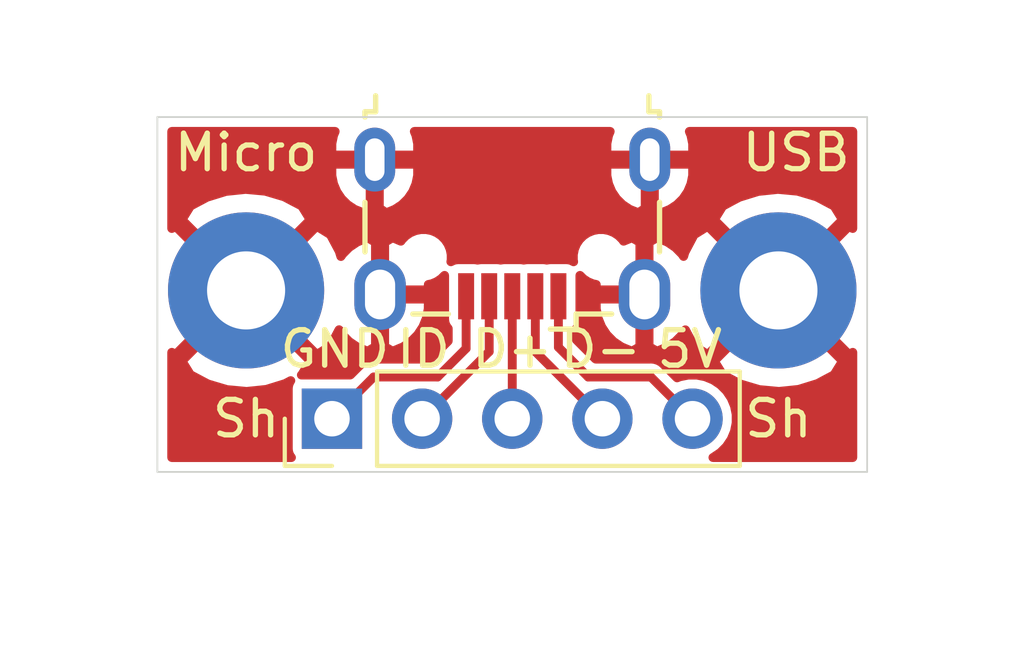
<source format=kicad_pcb>
(kicad_pcb (version 20171130) (host pcbnew 5.1.10-88a1d61d58~88~ubuntu18.04.1)

  (general
    (thickness 1.6)
    (drawings 13)
    (tracks 14)
    (zones 0)
    (modules 4)
    (nets 7)
  )

  (page A4)
  (layers
    (0 F.Cu signal)
    (31 B.Cu signal)
    (32 B.Adhes user)
    (33 F.Adhes user)
    (34 B.Paste user)
    (35 F.Paste user)
    (36 B.SilkS user)
    (37 F.SilkS user)
    (38 B.Mask user)
    (39 F.Mask user)
    (40 Dwgs.User user)
    (41 Cmts.User user)
    (42 Eco1.User user)
    (43 Eco2.User user)
    (44 Edge.Cuts user)
    (45 Margin user)
    (46 B.CrtYd user)
    (47 F.CrtYd user)
    (48 B.Fab user)
    (49 F.Fab user)
  )

  (setup
    (last_trace_width 0.25)
    (trace_clearance 0.2)
    (zone_clearance 0.254)
    (zone_45_only no)
    (trace_min 0.2)
    (via_size 0.8)
    (via_drill 0.4)
    (via_min_size 0.4)
    (via_min_drill 0.3)
    (uvia_size 0.3)
    (uvia_drill 0.1)
    (uvias_allowed no)
    (uvia_min_size 0.2)
    (uvia_min_drill 0.1)
    (edge_width 0.05)
    (segment_width 0.2)
    (pcb_text_width 0.3)
    (pcb_text_size 1.5 1.5)
    (mod_edge_width 0.12)
    (mod_text_size 1 1)
    (mod_text_width 0.15)
    (pad_size 1.524 1.524)
    (pad_drill 0.762)
    (pad_to_mask_clearance 0)
    (aux_axis_origin 0 0)
    (visible_elements FFFFFF7F)
    (pcbplotparams
      (layerselection 0x010f0_ffffffff)
      (usegerberextensions false)
      (usegerberattributes true)
      (usegerberadvancedattributes true)
      (creategerberjobfile true)
      (excludeedgelayer true)
      (linewidth 0.100000)
      (plotframeref false)
      (viasonmask false)
      (mode 1)
      (useauxorigin false)
      (hpglpennumber 1)
      (hpglpenspeed 20)
      (hpglpendiameter 15.000000)
      (psnegative false)
      (psa4output false)
      (plotreference true)
      (plotvalue true)
      (plotinvisibletext false)
      (padsonsilk false)
      (subtractmaskfromsilk false)
      (outputformat 1)
      (mirror false)
      (drillshape 0)
      (scaleselection 1)
      (outputdirectory "gerber/"))
  )

  (net 0 "")
  (net 1 /Shield)
  (net 2 /GND)
  (net 3 /ID)
  (net 4 /D+)
  (net 5 /D-)
  (net 6 /5V)

  (net_class Default "This is the default net class."
    (clearance 0.2)
    (trace_width 0.25)
    (via_dia 0.8)
    (via_drill 0.4)
    (uvia_dia 0.3)
    (uvia_drill 0.1)
    (add_net /5V)
    (add_net /D+)
    (add_net /D-)
    (add_net /GND)
    (add_net /ID)
    (add_net /Shield)
  )

  (module MountingHole:MountingHole_2.2mm_M2_Pad (layer F.Cu) (tedit 56D1B4CB) (tstamp 611C61AE)
    (at 147.5 95.885)
    (descr "Mounting Hole 2.2mm, M2")
    (tags "mounting hole 2.2mm m2")
    (path /611CDEC0)
    (attr virtual)
    (fp_text reference H2 (at 0 -3.2) (layer F.SilkS) hide
      (effects (font (size 1 1) (thickness 0.15)))
    )
    (fp_text value MountingHole_Pad (at 0 3.2) (layer F.Fab)
      (effects (font (size 1 1) (thickness 0.15)))
    )
    (fp_text user %R (at 0.3 0) (layer F.Fab)
      (effects (font (size 1 1) (thickness 0.15)))
    )
    (fp_circle (center 0 0) (end 2.2 0) (layer Cmts.User) (width 0.15))
    (fp_circle (center 0 0) (end 2.45 0) (layer F.CrtYd) (width 0.05))
    (pad 1 thru_hole circle (at 0 0) (size 4.4 4.4) (drill 2.2) (layers *.Cu *.Mask)
      (net 1 /Shield))
  )

  (module MountingHole:MountingHole_2.2mm_M2_Pad (layer F.Cu) (tedit 56D1B4CB) (tstamp 611C58CF)
    (at 132.5 95.885)
    (descr "Mounting Hole 2.2mm, M2")
    (tags "mounting hole 2.2mm m2")
    (path /611CCE3C)
    (attr virtual)
    (fp_text reference H1 (at 0 -3.2) (layer F.SilkS) hide
      (effects (font (size 1 1) (thickness 0.15)))
    )
    (fp_text value MountingHole_Pad (at 0 3.2) (layer F.Fab)
      (effects (font (size 1 1) (thickness 0.15)))
    )
    (fp_text user %R (at 0.3 0) (layer F.Fab)
      (effects (font (size 1 1) (thickness 0.15)))
    )
    (fp_circle (center 0 0) (end 2.2 0) (layer Cmts.User) (width 0.15))
    (fp_circle (center 0 0) (end 2.45 0) (layer F.CrtYd) (width 0.05))
    (pad 1 thru_hole circle (at 0 0) (size 4.4 4.4) (drill 2.2) (layers *.Cu *.Mask)
      (net 1 /Shield))
  )

  (module Connector_PinHeader_2.54mm:PinHeader_1x05_P2.54mm_Vertical (layer F.Cu) (tedit 59FED5CC) (tstamp 611C52EE)
    (at 134.92 99.5 90)
    (descr "Through hole straight pin header, 1x05, 2.54mm pitch, single row")
    (tags "Through hole pin header THT 1x05 2.54mm single row")
    (path /611C1A35)
    (fp_text reference J2 (at 0 -2.33 90) (layer F.SilkS) hide
      (effects (font (size 1 1) (thickness 0.15)))
    )
    (fp_text value Conn_01x05_Male (at 0 12.49 90) (layer F.Fab)
      (effects (font (size 1 1) (thickness 0.15)))
    )
    (fp_text user %R (at 0 5.08) (layer F.Fab)
      (effects (font (size 1 1) (thickness 0.15)))
    )
    (fp_line (start -0.635 -1.27) (end 1.27 -1.27) (layer F.Fab) (width 0.1))
    (fp_line (start 1.27 -1.27) (end 1.27 11.43) (layer F.Fab) (width 0.1))
    (fp_line (start 1.27 11.43) (end -1.27 11.43) (layer F.Fab) (width 0.1))
    (fp_line (start -1.27 11.43) (end -1.27 -0.635) (layer F.Fab) (width 0.1))
    (fp_line (start -1.27 -0.635) (end -0.635 -1.27) (layer F.Fab) (width 0.1))
    (fp_line (start -1.33 11.49) (end 1.33 11.49) (layer F.SilkS) (width 0.12))
    (fp_line (start -1.33 1.27) (end -1.33 11.49) (layer F.SilkS) (width 0.12))
    (fp_line (start 1.33 1.27) (end 1.33 11.49) (layer F.SilkS) (width 0.12))
    (fp_line (start -1.33 1.27) (end 1.33 1.27) (layer F.SilkS) (width 0.12))
    (fp_line (start -1.33 0) (end -1.33 -1.33) (layer F.SilkS) (width 0.12))
    (fp_line (start -1.33 -1.33) (end 0 -1.33) (layer F.SilkS) (width 0.12))
    (fp_line (start -1.8 -1.8) (end -1.8 11.95) (layer F.CrtYd) (width 0.05))
    (fp_line (start -1.8 11.95) (end 1.8 11.95) (layer F.CrtYd) (width 0.05))
    (fp_line (start 1.8 11.95) (end 1.8 -1.8) (layer F.CrtYd) (width 0.05))
    (fp_line (start 1.8 -1.8) (end -1.8 -1.8) (layer F.CrtYd) (width 0.05))
    (pad 5 thru_hole oval (at 0 10.16 90) (size 1.7 1.7) (drill 1) (layers *.Cu *.Mask)
      (net 6 /5V))
    (pad 4 thru_hole oval (at 0 7.62 90) (size 1.7 1.7) (drill 1) (layers *.Cu *.Mask)
      (net 5 /D-))
    (pad 3 thru_hole oval (at 0 5.08 90) (size 1.7 1.7) (drill 1) (layers *.Cu *.Mask)
      (net 4 /D+))
    (pad 2 thru_hole oval (at 0 2.54 90) (size 1.7 1.7) (drill 1) (layers *.Cu *.Mask)
      (net 3 /ID))
    (pad 1 thru_hole rect (at 0 0 90) (size 1.7 1.7) (drill 1) (layers *.Cu *.Mask)
      (net 2 /GND))
    (model ${KISYS3DMOD}/Connector_PinHeader_2.54mm.3dshapes/PinHeader_1x05_P2.54mm_Vertical.wrl
      (at (xyz 0 0 0))
      (scale (xyz 1 1 1))
      (rotate (xyz 0 0 0))
    )
  )

  (module Connector_USB:USB_Micro-B_Wuerth_629105150521 (layer F.Cu) (tedit 5A142044) (tstamp 611C52D5)
    (at 140 94.15 180)
    (descr "USB Micro-B receptacle, http://www.mouser.com/ds/2/445/629105150521-469306.pdf")
    (tags "usb micro receptacle")
    (path /611BF9E2)
    (attr smd)
    (fp_text reference J1 (at 5 0.15) (layer F.SilkS) hide
      (effects (font (size 1 1) (thickness 0.15)))
    )
    (fp_text value USB_OTG (at 0 5.6) (layer F.Fab)
      (effects (font (size 1 1) (thickness 0.15)))
    )
    (fp_text user "PCB Edge" (at 0 3.75) (layer Dwgs.User)
      (effects (font (size 0.5 0.5) (thickness 0.08)))
    )
    (fp_text user %R (at 0 1.05) (layer F.Fab)
      (effects (font (size 1 1) (thickness 0.15)))
    )
    (fp_line (start -4 -2.25) (end -4 3.15) (layer F.Fab) (width 0.15))
    (fp_line (start -4 3.15) (end -3.7 3.15) (layer F.Fab) (width 0.15))
    (fp_line (start -3.7 3.15) (end -3.7 4.35) (layer F.Fab) (width 0.15))
    (fp_line (start -3.7 4.35) (end 3.7 4.35) (layer F.Fab) (width 0.15))
    (fp_line (start 3.7 4.35) (end 3.7 3.15) (layer F.Fab) (width 0.15))
    (fp_line (start 3.7 3.15) (end 4 3.15) (layer F.Fab) (width 0.15))
    (fp_line (start 4 3.15) (end 4 -2.25) (layer F.Fab) (width 0.15))
    (fp_line (start 4 -2.25) (end -4 -2.25) (layer F.Fab) (width 0.15))
    (fp_line (start -2.7 3.75) (end 2.7 3.75) (layer F.Fab) (width 0.15))
    (fp_line (start -1.075 -2.725) (end -1.3 -2.55) (layer F.Fab) (width 0.15))
    (fp_line (start -1.3 -2.55) (end -1.525 -2.725) (layer F.Fab) (width 0.15))
    (fp_line (start -1.525 -2.725) (end -1.525 -2.95) (layer F.Fab) (width 0.15))
    (fp_line (start -1.525 -2.95) (end -1.075 -2.95) (layer F.Fab) (width 0.15))
    (fp_line (start -1.075 -2.95) (end -1.075 -2.725) (layer F.Fab) (width 0.15))
    (fp_line (start -4.15 -0.65) (end -4.15 0.75) (layer F.SilkS) (width 0.15))
    (fp_line (start -4.15 3.15) (end -4.15 3.3) (layer F.SilkS) (width 0.15))
    (fp_line (start -4.15 3.3) (end -3.85 3.3) (layer F.SilkS) (width 0.15))
    (fp_line (start -3.85 3.3) (end -3.85 3.75) (layer F.SilkS) (width 0.15))
    (fp_line (start 3.85 3.75) (end 3.85 3.3) (layer F.SilkS) (width 0.15))
    (fp_line (start 3.85 3.3) (end 4.15 3.3) (layer F.SilkS) (width 0.15))
    (fp_line (start 4.15 3.3) (end 4.15 3.15) (layer F.SilkS) (width 0.15))
    (fp_line (start 4.15 0.75) (end 4.15 -0.65) (layer F.SilkS) (width 0.15))
    (fp_line (start -1.075 -2.825) (end -1.8 -2.825) (layer F.SilkS) (width 0.15))
    (fp_line (start -1.8 -2.825) (end -1.8 -2.4) (layer F.SilkS) (width 0.15))
    (fp_line (start -1.8 -2.4) (end -2.8 -2.4) (layer F.SilkS) (width 0.15))
    (fp_line (start 1.8 -2.4) (end 2.8 -2.4) (layer F.SilkS) (width 0.15))
    (fp_line (start -4.94 -3.34) (end -4.94 4.85) (layer F.CrtYd) (width 0.05))
    (fp_line (start -4.94 4.85) (end 4.95 4.85) (layer F.CrtYd) (width 0.05))
    (fp_line (start 4.95 4.85) (end 4.95 -3.34) (layer F.CrtYd) (width 0.05))
    (fp_line (start 4.95 -3.34) (end -4.94 -3.34) (layer F.CrtYd) (width 0.05))
    (pad "" np_thru_hole oval (at 2.5 -0.8 180) (size 0.8 0.8) (drill 0.8) (layers *.Cu *.Mask))
    (pad "" np_thru_hole oval (at -2.5 -0.8 180) (size 0.8 0.8) (drill 0.8) (layers *.Cu *.Mask))
    (pad 6 thru_hole oval (at 3.875 1.95 180) (size 1.15 1.8) (drill oval 0.55 1.2) (layers *.Cu *.Mask)
      (net 1 /Shield))
    (pad 6 thru_hole oval (at -3.875 1.95 180) (size 1.15 1.8) (drill oval 0.55 1.2) (layers *.Cu *.Mask)
      (net 1 /Shield))
    (pad 6 thru_hole oval (at 3.725 -1.85 180) (size 1.45 2) (drill oval 0.85 1.4) (layers *.Cu *.Mask)
      (net 1 /Shield))
    (pad 6 thru_hole oval (at -3.725 -1.85 180) (size 1.45 2) (drill oval 0.85 1.4) (layers *.Cu *.Mask)
      (net 1 /Shield))
    (pad 5 smd rect (at 1.3 -1.9 180) (size 0.45 1.3) (layers F.Cu F.Paste F.Mask)
      (net 2 /GND))
    (pad 4 smd rect (at 0.65 -1.9 180) (size 0.45 1.3) (layers F.Cu F.Paste F.Mask)
      (net 3 /ID))
    (pad 3 smd rect (at 0 -1.9 180) (size 0.45 1.3) (layers F.Cu F.Paste F.Mask)
      (net 4 /D+))
    (pad 2 smd rect (at -0.65 -1.9 180) (size 0.45 1.3) (layers F.Cu F.Paste F.Mask)
      (net 5 /D-))
    (pad 1 smd rect (at -1.3 -1.9 180) (size 0.45 1.3) (layers F.Cu F.Paste F.Mask)
      (net 6 /5V))
    (model ${KISYS3DMOD}/Connector_USB.3dshapes/USB_Micro-B_Wuerth_629105150521.wrl
      (at (xyz 0 0 0))
      (scale (xyz 1 1 1))
      (rotate (xyz 0 0 0))
    )
  )

  (gr_text Sh (at 132.5 99.5) (layer F.SilkS)
    (effects (font (size 1 1) (thickness 0.15)))
  )
  (gr_text Sh (at 147.5 99.5) (layer F.SilkS) (tstamp 611C6322)
    (effects (font (size 1 1) (thickness 0.15)))
  )
  (gr_text USB (at 148 92) (layer F.SilkS)
    (effects (font (size 1 1) (thickness 0.15)))
  )
  (gr_text Micro (at 132.5 92) (layer F.SilkS)
    (effects (font (size 1 1) (thickness 0.15)))
  )
  (gr_text D- (at 142.494 97.536) (layer F.SilkS)
    (effects (font (size 1 1) (thickness 0.15)))
  )
  (gr_text D+ (at 140 97.536) (layer F.SilkS)
    (effects (font (size 1 1) (thickness 0.15)))
  )
  (gr_text ID (at 137.5 97.536) (layer F.SilkS)
    (effects (font (size 1 1) (thickness 0.15)))
  )
  (gr_text GND (at 135 97.536) (layer F.SilkS)
    (effects (font (size 1 1) (thickness 0.15)))
  )
  (gr_text 5V (at 145 97.536) (layer F.SilkS)
    (effects (font (size 1 1) (thickness 0.15)))
  )
  (gr_line (start 130 101) (end 130 91) (layer Edge.Cuts) (width 0.05) (tstamp 611C5260))
  (gr_line (start 150 101) (end 130 101) (layer Edge.Cuts) (width 0.05) (tstamp 611C546E))
  (gr_line (start 150 91) (end 150 101) (layer Edge.Cuts) (width 0.05) (tstamp 611C546B))
  (gr_line (start 130 91) (end 150 91) (layer Edge.Cuts) (width 0.05))

  (segment (start 134.92 100) (end 134.95 100) (width 0.25) (layer F.Cu) (net 2))
  (segment (start 136.095001 98.324999) (end 134.92 99.5) (width 0.25) (layer F.Cu) (net 2))
  (segment (start 138.7 95.9) (end 138.7 97.52) (width 0.25) (layer F.Cu) (net 2))
  (segment (start 137.895001 98.324999) (end 136.095001 98.324999) (width 0.25) (layer F.Cu) (net 2))
  (segment (start 138.7 97.52) (end 137.895001 98.324999) (width 0.25) (layer F.Cu) (net 2))
  (segment (start 139.35 97.61) (end 137.46 99.5) (width 0.25) (layer F.Cu) (net 3))
  (segment (start 139.35 96.05) (end 139.35 97.61) (width 0.25) (layer F.Cu) (net 3))
  (segment (start 140 96.05) (end 140 99.5) (width 0.25) (layer F.Cu) (net 4))
  (segment (start 140.65 97.61) (end 142.54 99.5) (width 0.25) (layer F.Cu) (net 5))
  (segment (start 140.65 96.05) (end 140.65 97.61) (width 0.25) (layer F.Cu) (net 5))
  (segment (start 143.904999 98.324999) (end 145.08 99.5) (width 0.25) (layer F.Cu) (net 6))
  (segment (start 142.139999 98.324999) (end 143.904999 98.324999) (width 0.25) (layer F.Cu) (net 6))
  (segment (start 141.3 95.9) (end 141.3 97.485) (width 0.25) (layer F.Cu) (net 6))
  (segment (start 141.3 97.485) (end 142.139999 98.324999) (width 0.25) (layer F.Cu) (net 6))

  (zone (net 1) (net_name /Shield) (layer F.Cu) (tstamp 611C6393) (hatch edge 0.508)
    (connect_pads thru_hole_only (clearance 0.254))
    (min_thickness 0.254)
    (fill yes (arc_segments 32) (thermal_gap 0.508) (thermal_bridge_width 0.508))
    (polygon
      (pts
        (xy 150 101) (xy 130 101) (xy 130 91) (xy 150 91)
      )
    )
    (filled_polygon
      (pts
        (xy 134.963026 91.514381) (xy 134.915 91.748) (xy 134.915 92.073) (xy 135.998 92.073) (xy 135.998 92.053)
        (xy 136.252 92.053) (xy 136.252 92.073) (xy 137.335 92.073) (xy 137.335 91.748) (xy 137.286974 91.514381)
        (xy 137.241266 91.406) (xy 142.758734 91.406) (xy 142.713026 91.514381) (xy 142.665 91.748) (xy 142.665 92.073)
        (xy 143.748 92.073) (xy 143.748 92.053) (xy 144.002 92.053) (xy 144.002 92.073) (xy 145.085 92.073)
        (xy 145.085 91.748) (xy 145.036974 91.514381) (xy 144.991266 91.406) (xy 149.594 91.406) (xy 149.594 94.139465)
        (xy 149.489775 94.07483) (xy 147.679605 95.885) (xy 149.489775 97.69517) (xy 149.594001 97.630535) (xy 149.594001 100.594)
        (xy 145.655608 100.594) (xy 145.663097 100.590898) (xy 145.864717 100.45618) (xy 146.03618 100.284717) (xy 146.170898 100.083097)
        (xy 146.263693 99.859069) (xy 146.311 99.621243) (xy 146.311 99.378757) (xy 146.263693 99.140931) (xy 146.170898 98.916903)
        (xy 146.03618 98.715283) (xy 145.864717 98.54382) (xy 145.663097 98.409102) (xy 145.439069 98.316307) (xy 145.201243 98.269)
        (xy 144.958757 98.269) (xy 144.720931 98.316307) (xy 144.643833 98.348242) (xy 144.280375 97.984784) (xy 144.264526 97.965472)
        (xy 144.187478 97.90224) (xy 144.136095 97.874775) (xy 145.68983 97.874775) (xy 145.929976 98.262018) (xy 146.423877 98.522641)
        (xy 146.959133 98.681901) (xy 147.515174 98.733678) (xy 148.070632 98.675981) (xy 148.604161 98.511028) (xy 149.070024 98.262018)
        (xy 149.31017 97.874775) (xy 147.5 96.064605) (xy 145.68983 97.874775) (xy 144.136095 97.874775) (xy 144.099574 97.855254)
        (xy 144.004192 97.826321) (xy 143.929853 97.818999) (xy 143.929845 97.818999) (xy 143.904999 97.816552) (xy 143.880153 97.818999)
        (xy 142.349591 97.818999) (xy 141.806 97.275409) (xy 141.806 96.958174) (xy 141.843322 96.912696) (xy 141.878701 96.846508)
        (xy 141.900487 96.774689) (xy 141.907843 96.7) (xy 141.907843 96.127) (xy 142.365 96.127) (xy 142.365 96.402)
        (xy 142.415908 96.664883) (xy 142.517124 96.912783) (xy 142.664758 97.136173) (xy 142.853137 97.326469) (xy 143.075021 97.476357)
        (xy 143.321883 97.580078) (xy 143.387742 97.592519) (xy 143.598 97.469518) (xy 143.598 96.127) (xy 142.365 96.127)
        (xy 141.907843 96.127) (xy 141.907843 95.462344) (xy 142.002141 95.556642) (xy 142.130058 95.642113) (xy 142.272191 95.700987)
        (xy 142.365 95.719448) (xy 142.365 95.873) (xy 143.598 95.873) (xy 143.598 94.530482) (xy 143.852 94.530482)
        (xy 143.852 95.873) (xy 143.872 95.873) (xy 143.872 96.127) (xy 143.852 96.127) (xy 143.852 97.469518)
        (xy 144.062258 97.592519) (xy 144.128117 97.580078) (xy 144.374979 97.476357) (xy 144.596863 97.326469) (xy 144.785242 97.136173)
        (xy 144.87774 96.996211) (xy 145.122982 97.455024) (xy 145.510225 97.69517) (xy 147.320395 95.885) (xy 145.510225 94.07483)
        (xy 145.122982 94.314976) (xy 144.862359 94.808877) (xy 144.827144 94.927231) (xy 144.785242 94.863827) (xy 144.596863 94.673531)
        (xy 144.374979 94.523643) (xy 144.128117 94.419922) (xy 144.062258 94.407481) (xy 143.852 94.530482) (xy 143.598 94.530482)
        (xy 143.387742 94.407481) (xy 143.321883 94.419922) (xy 143.137014 94.497596) (xy 143.106642 94.452141) (xy 142.997859 94.343358)
        (xy 142.869942 94.257887) (xy 142.727809 94.199013) (xy 142.576922 94.169) (xy 142.423078 94.169) (xy 142.272191 94.199013)
        (xy 142.130058 94.257887) (xy 142.002141 94.343358) (xy 141.893358 94.452141) (xy 141.807887 94.580058) (xy 141.749013 94.722191)
        (xy 141.719 94.873078) (xy 141.719 95.026922) (xy 141.728963 95.07701) (xy 141.671508 95.046299) (xy 141.599689 95.024513)
        (xy 141.525 95.017157) (xy 141.075 95.017157) (xy 141.000311 95.024513) (xy 140.975 95.032191) (xy 140.949689 95.024513)
        (xy 140.875 95.017157) (xy 140.425 95.017157) (xy 140.350311 95.024513) (xy 140.325 95.032191) (xy 140.299689 95.024513)
        (xy 140.225 95.017157) (xy 139.775 95.017157) (xy 139.700311 95.024513) (xy 139.675 95.032191) (xy 139.649689 95.024513)
        (xy 139.575 95.017157) (xy 139.125 95.017157) (xy 139.050311 95.024513) (xy 139.025 95.032191) (xy 138.999689 95.024513)
        (xy 138.925 95.017157) (xy 138.475 95.017157) (xy 138.400311 95.024513) (xy 138.328492 95.046299) (xy 138.271037 95.07701)
        (xy 138.281 95.026922) (xy 138.281 94.873078) (xy 138.250987 94.722191) (xy 138.192113 94.580058) (xy 138.106642 94.452141)
        (xy 137.997859 94.343358) (xy 137.869942 94.257887) (xy 137.727809 94.199013) (xy 137.576922 94.169) (xy 137.423078 94.169)
        (xy 137.272191 94.199013) (xy 137.130058 94.257887) (xy 137.002141 94.343358) (xy 136.893358 94.452141) (xy 136.862986 94.497596)
        (xy 136.678117 94.419922) (xy 136.612258 94.407481) (xy 136.402 94.530482) (xy 136.402 95.873) (xy 137.635 95.873)
        (xy 137.635 95.719448) (xy 137.727809 95.700987) (xy 137.869942 95.642113) (xy 137.997859 95.556642) (xy 138.092157 95.462344)
        (xy 138.092157 96.7) (xy 138.099513 96.774689) (xy 138.121299 96.846508) (xy 138.156678 96.912696) (xy 138.194001 96.958174)
        (xy 138.194001 97.310407) (xy 137.68541 97.818999) (xy 136.119846 97.818999) (xy 136.095 97.816552) (xy 136.070154 97.818999)
        (xy 136.070147 97.818999) (xy 136.006976 97.825221) (xy 135.995807 97.826321) (xy 135.973608 97.833055) (xy 135.900426 97.855254)
        (xy 135.812522 97.90224) (xy 135.735474 97.965472) (xy 135.719631 97.984777) (xy 135.437251 98.267157) (xy 134.07 98.267157)
        (xy 134.058243 98.268315) (xy 134.070024 98.262018) (xy 134.31017 97.874775) (xy 132.5 96.064605) (xy 130.68983 97.874775)
        (xy 130.929976 98.262018) (xy 131.423877 98.522641) (xy 131.959133 98.681901) (xy 132.515174 98.733678) (xy 133.070632 98.675981)
        (xy 133.604161 98.511028) (xy 133.759172 98.428173) (xy 133.751678 98.437304) (xy 133.716299 98.503492) (xy 133.694513 98.575311)
        (xy 133.687157 98.65) (xy 133.687157 100.35) (xy 133.694513 100.424689) (xy 133.716299 100.496508) (xy 133.751678 100.562696)
        (xy 133.777368 100.594) (xy 130.406 100.594) (xy 130.406 97.630536) (xy 130.510225 97.69517) (xy 132.320395 95.885)
        (xy 132.679605 95.885) (xy 134.489775 97.69517) (xy 134.877018 97.455024) (xy 135.120517 96.993574) (xy 135.214758 97.136173)
        (xy 135.403137 97.326469) (xy 135.625021 97.476357) (xy 135.871883 97.580078) (xy 135.937742 97.592519) (xy 136.148 97.469518)
        (xy 136.148 96.127) (xy 136.402 96.127) (xy 136.402 97.469518) (xy 136.612258 97.592519) (xy 136.678117 97.580078)
        (xy 136.924979 97.476357) (xy 137.146863 97.326469) (xy 137.335242 97.136173) (xy 137.482876 96.912783) (xy 137.584092 96.664883)
        (xy 137.635 96.402) (xy 137.635 96.127) (xy 136.402 96.127) (xy 136.148 96.127) (xy 136.128 96.127)
        (xy 136.128 95.873) (xy 136.148 95.873) (xy 136.148 94.530482) (xy 135.937742 94.407481) (xy 135.871883 94.419922)
        (xy 135.625021 94.523643) (xy 135.403137 94.673531) (xy 135.214758 94.863827) (xy 135.171788 94.928846) (xy 135.126028 94.780839)
        (xy 134.877018 94.314976) (xy 134.489775 94.07483) (xy 132.679605 95.885) (xy 132.320395 95.885) (xy 130.510225 94.07483)
        (xy 130.406 94.139464) (xy 130.406 93.895225) (xy 130.68983 93.895225) (xy 132.5 95.705395) (xy 134.31017 93.895225)
        (xy 145.68983 93.895225) (xy 147.5 95.705395) (xy 149.31017 93.895225) (xy 149.070024 93.507982) (xy 148.576123 93.247359)
        (xy 148.040867 93.088099) (xy 147.484826 93.036322) (xy 146.929368 93.094019) (xy 146.395839 93.258972) (xy 145.929976 93.507982)
        (xy 145.68983 93.895225) (xy 134.31017 93.895225) (xy 134.070024 93.507982) (xy 133.576123 93.247359) (xy 133.040867 93.088099)
        (xy 132.484826 93.036322) (xy 131.929368 93.094019) (xy 131.395839 93.258972) (xy 130.929976 93.507982) (xy 130.68983 93.895225)
        (xy 130.406 93.895225) (xy 130.406 92.327) (xy 134.915 92.327) (xy 134.915 92.652) (xy 134.963026 92.885619)
        (xy 135.055706 93.10538) (xy 135.189479 93.302837) (xy 135.359203 93.470402) (xy 135.558356 93.601636) (xy 135.779285 93.691496)
        (xy 135.811323 93.693635) (xy 135.998 93.56855) (xy 135.998 92.327) (xy 136.252 92.327) (xy 136.252 93.56855)
        (xy 136.438677 93.693635) (xy 136.470715 93.691496) (xy 136.691644 93.601636) (xy 136.890797 93.470402) (xy 137.060521 93.302837)
        (xy 137.194294 93.10538) (xy 137.286974 92.885619) (xy 137.335 92.652) (xy 137.335 92.327) (xy 142.665 92.327)
        (xy 142.665 92.652) (xy 142.713026 92.885619) (xy 142.805706 93.10538) (xy 142.939479 93.302837) (xy 143.109203 93.470402)
        (xy 143.308356 93.601636) (xy 143.529285 93.691496) (xy 143.561323 93.693635) (xy 143.748 93.56855) (xy 143.748 92.327)
        (xy 144.002 92.327) (xy 144.002 93.56855) (xy 144.188677 93.693635) (xy 144.220715 93.691496) (xy 144.441644 93.601636)
        (xy 144.640797 93.470402) (xy 144.810521 93.302837) (xy 144.944294 93.10538) (xy 145.036974 92.885619) (xy 145.085 92.652)
        (xy 145.085 92.327) (xy 144.002 92.327) (xy 143.748 92.327) (xy 142.665 92.327) (xy 137.335 92.327)
        (xy 136.252 92.327) (xy 135.998 92.327) (xy 134.915 92.327) (xy 130.406 92.327) (xy 130.406 91.406)
        (xy 135.008734 91.406)
      )
    )
  )
)

</source>
